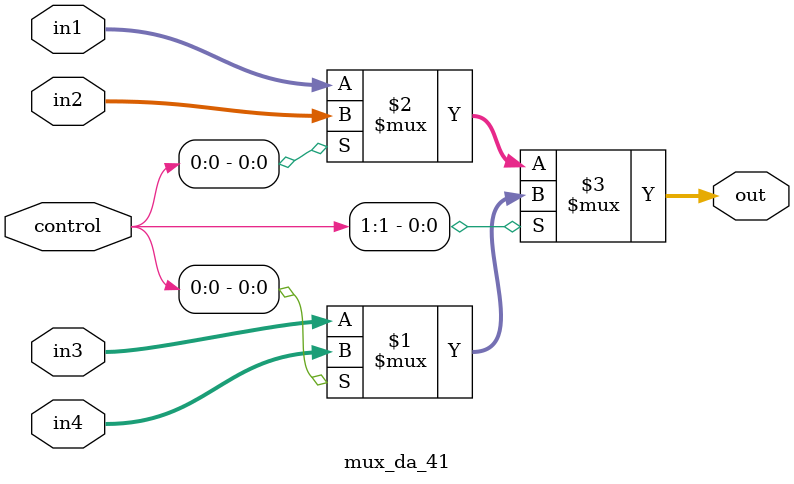
<source format=v>
`timescale 1ns / 1ps


module mux_da_41(
    input [31:0] in1,
    input [31:0] in2,
    input [31:0] in3,
    input [31:0] in4,
    input [1:0] control,
    output [31:0] out
    );
    
    assign out = control[1] ? (control[0]? in4:in3) : (control[0]? in2: in1);
    
endmodule

</source>
